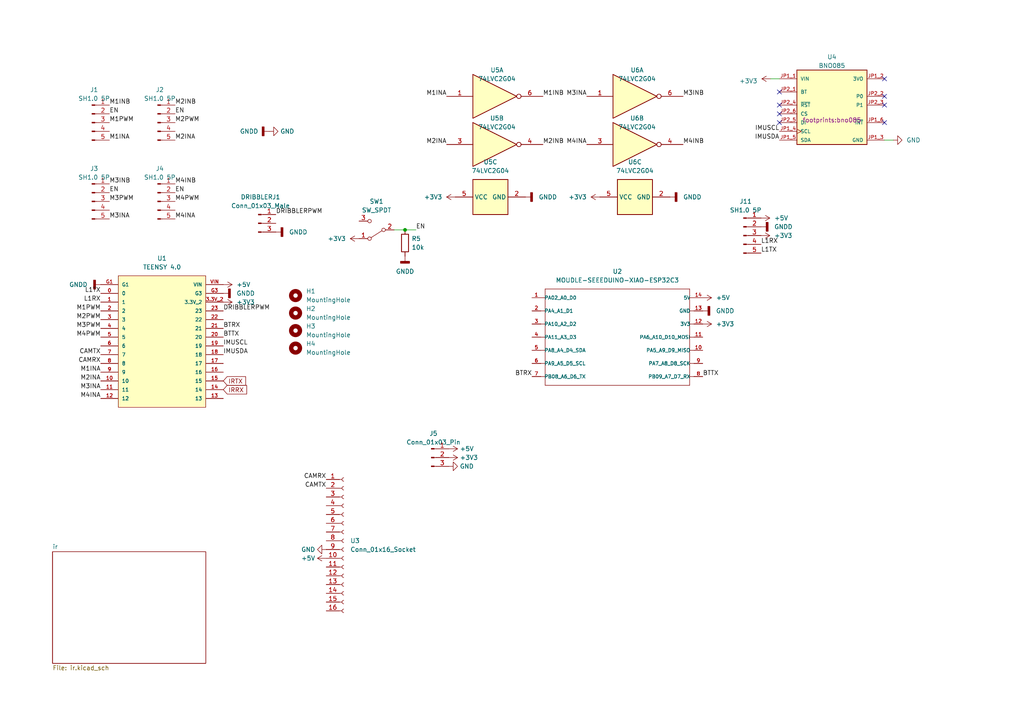
<source format=kicad_sch>
(kicad_sch (version 20230121) (generator eeschema)
  (paper "A4")
  (title_block (title "soccer lightweight layer 3 schematic drawing") (date "2024-01-03") (rev "0.1") (company "ducc. Robotics"))
  (lib_symbols
    (symbol "+3V3_1" (power) (pin_names (offset 0))
      (property "Value" "+3V3_1" (at 0 3.556 0))
      (symbol "+3V3_1_0_1"
        (polyline (pts (xy -0.762 1.27) (xy 0 2.54)))
        (polyline (pts (xy 0 0) (xy 0 2.54)))
        (polyline (pts (xy 0 2.54) (xy 0.762 1.27)))
      )
      (symbol "+3V3_1_1_1"
        (pin power_in line (at 0 0 90) (length 0) hide (name "+3V3") (number "1"))
      )
    )
    (symbol "+3V3_2" (power) (pin_names (offset 0))
      (property "Value" "+3V3_2" (at 0 3.556 0))
      (symbol "+3V3_2_0_1"
        (polyline (pts (xy -0.762 1.27) (xy 0 2.54)))
        (polyline (pts (xy 0 0) (xy 0 2.54)))
        (polyline (pts (xy 0 2.54) (xy 0.762 1.27)))
      )
      (symbol "+3V3_2_1_1"
        (pin power_in line (at 0 0 90) (length 0) hide (name "+3V3") (number "1"))
      )
    )
    (symbol "+3V3_3" (power) (pin_names (offset 0))
      (property "Value" "+3V3_3" (at 0 3.556 0))
      (symbol "+3V3_3_0_1"
        (polyline (pts (xy -0.762 1.27) (xy 0 2.54)))
        (polyline (pts (xy 0 0) (xy 0 2.54)))
        (polyline (pts (xy 0 2.54) (xy 0.762 1.27)))
      )
      (symbol "+3V3_3_1_1"
        (pin power_in line (at 0 0 90) (length 0) hide (name "+3V3") (number "1"))
      )
    )
    (symbol "+3V3_4" (power) (pin_names (offset 0))
      (property "Value" "+3V3_4" (at 0 3.556 0))
      (symbol "+3V3_4_0_1"
        (polyline (pts (xy -0.762 1.27) (xy 0 2.54)))
        (polyline (pts (xy 0 0) (xy 0 2.54)))
        (polyline (pts (xy 0 2.54) (xy 0.762 1.27)))
      )
      (symbol "+3V3_4_1_1"
        (pin power_in line (at 0 0 90) (length 0) hide (name "+3V3") (number "1"))
      )
    )
    (symbol "+5V_1" (power) (pin_names (offset 0))
      (property "Value" "+5V_1" (at 0 3.556 0))
      (symbol "+5V_1_0_1"
        (polyline (pts (xy -0.762 1.27) (xy 0 2.54)))
        (polyline (pts (xy 0 0) (xy 0 2.54)))
        (polyline (pts (xy 0 2.54) (xy 0.762 1.27)))
      )
      (symbol "+5V_1_1_1"
        (pin power_in line (at 0 0 90) (length 0) hide (name "+5V") (number "1"))
      )
    )
    (symbol "+5V_2" (power) (pin_names (offset 0))
      (property "Value" "+5V_2" (at 0 3.556 0))
      (symbol "+5V_2_0_1"
        (polyline (pts (xy -0.762 1.27) (xy 0 2.54)))
        (polyline (pts (xy 0 0) (xy 0 2.54)))
        (polyline (pts (xy 0 2.54) (xy 0.762 1.27)))
      )
      (symbol "+5V_2_1_1"
        (pin power_in line (at 0 0 90) (length 0) hide (name "+5V") (number "1"))
      )
    )
    (symbol "+5V_3" (power) (pin_names (offset 0))
      (property "Value" "+5V_3" (at 0 3.556 0))
      (symbol "+5V_3_0_1"
        (polyline (pts (xy -0.762 1.27) (xy 0 2.54)))
        (polyline (pts (xy 0 0) (xy 0 2.54)))
        (polyline (pts (xy 0 2.54) (xy 0.762 1.27)))
      )
      (symbol "+5V_3_1_1"
        (pin power_in line (at 0 0 90) (length 0) hide (name "+5V") (number "1"))
      )
    )
    (symbol "4754:4754" (pin_names (offset 1.016))
      (property "Reference" "U4" (at 0 15.24 0))
      (property "Value" "BNO085" (at 0 12.7 0))
      (symbol "4754_0_0"
        (rectangle (start -10.16 11.43) (end 10.16 -10.16) (stroke (width 0.254)) (fill (type background)))
        (pin input line (at -15.24 8.89 0) (length 5.08) (name "VIN") (number "JP1_1"))
        (pin output line (at 15.24 8.89 180) (length 5.08) (name "3VO") (number "JP1_2"))
        (pin power_in line (at 15.24 -8.89 180) (length 5.08) (name "GND") (number "JP1_3"))
        (pin bidirectional clock (at -15.24 -6.35 0) (length 5.08) (name "SCL") (number "JP1_4"))
        (pin bidirectional line (at -15.24 -8.89 0) (length 5.08) (name "SDA") (number "JP1_5"))
        (pin output line (at 15.24 -3.81 180) (length 5.08) (name "~{INT}") (number "JP1_6"))
        (pin input line (at -15.24 5.08 0) (length 5.08) (name "BT") (number "JP2_1"))
        (pin bidirectional line (at 15.24 3.81 180) (length 5.08) (name "P0") (number "JP2_2"))
        (pin bidirectional line (at 15.24 1.27 180) (length 5.08) (name "P1") (number "JP2_3"))
        (pin input line (at -15.24 1.27 0) (length 5.08) (name "~{RST}") (number "JP2_4"))
        (pin input line (at -15.24 -3.81 0) (length 5.08) (name "DI") (number "JP2_5"))
        (pin input line (at -15.24 -1.27 0) (length 5.08) (name "CS") (number "JP2_6"))
      )
    )
    (symbol "74xGxx:74LVC2G04"
      (property "Reference" "U" (at 0 7.62 0))
      (property "Value" "74LVC2G04" (at 2.54 -7.62 0))
      (symbol "74LVC2G04_1_1"
        (polyline (pts (xy -7.62 6.35) (xy -7.62 -6.35) (xy 5.08 0) (xy -7.62 6.35)) (stroke (width 0.254)) (fill (type background)))
        (pin input line (at -15.24 0 0) (length 7.62) (name "~") (number "1"))
        (pin output inverted (at 12.7 0 180) (length 7.62) (name "~") (number "6"))
      )
      (symbol "74LVC2G04_2_1"
        (polyline (pts (xy -7.62 6.35) (xy -7.62 -6.35) (xy 5.08 0) (xy -7.62 6.35)) (stroke (width 0.254)) (fill (type background)))
        (pin input line (at -15.24 0 0) (length 7.62) (name "~") (number "3"))
        (pin output inverted (at 12.7 0 180) (length 7.62) (name "~") (number "4"))
      )
      (symbol "74LVC2G04_3_0"
        (rectangle (start -5.08 -5.08) (end 5.08 5.08) (stroke (width 0.254)) (fill (type background)))
      )
      (symbol "74LVC2G04_3_1"
        (pin power_in line (at 0 -10.16 90) (length 5.08) (name "GND") (number "2"))
        (pin power_in line (at 0 10.16 270) (length 5.08) (name "VCC") (number "5"))
      )
    )
    (symbol "BN0085:GND" (power) (pin_names (offset 0))
      (property "Value" "GND" (at 0 -3.81 90))
      (symbol "GND_0_1"
        (polyline (pts (xy 0 0) (xy 0 -1.27) (xy 1.27 -1.27) (xy 0 -2.54) (xy -1.27 -1.27) (xy 0 -1.27)))
      )
      (symbol "GND_1_1"
        (pin power_in line (at 0 0 270) (length 0) hide (name "GND") (number "1"))
      )
    )
    (symbol "Connector:Conn_01x03_Male" (pin_names (offset 1.016) hide)
      (property "Reference" "J" (at 0 5.08 0))
      (property "Value" "Conn_01x03_Male" (at 0 -5.08 0))
      (symbol "Conn_01x03_Male_1_1"
        (polyline (pts (xy 1.27 -2.54) (xy 0.8636 -2.54)) (stroke (width 0.1524)))
        (polyline (pts (xy 1.27 0) (xy 0.8636 0)) (stroke (width 0.1524)))
        (polyline (pts (xy 1.27 2.54) (xy 0.8636 2.54)) (stroke (width 0.1524)))
        (rectangle (start 0.8636 -2.413) (end 0 -2.667) (stroke (width 0.1524)) (fill (type outline)))
        (rectangle (start 0.8636 0.127) (end 0 -0.127) (stroke (width 0.1524)) (fill (type outline)))
        (rectangle (start 0.8636 2.667) (end 0 2.413) (stroke (width 0.1524)) (fill (type outline)))
        (pin passive line (at 5.08 2.54 180) (length 3.81) (name "Pin_1") (number "1"))
        (pin passive line (at 5.08 0 180) (length 3.81) (name "Pin_2") (number "2"))
        (pin passive line (at 5.08 -2.54 180) (length 3.81) (name "Pin_3") (number "3"))
      )
    )
    (symbol "Connector:Conn_01x03_Pin" (pin_names (offset 1.016) hide)
      (property "Reference" "J" (at 0 5.08 0))
      (property "Value" "Conn_01x03_Pin" (at 0 -5.08 0))
      (symbol "Conn_01x03_Pin_1_1"
        (polyline (pts (xy 1.27 -2.54) (xy 0.8636 -2.54)) (stroke (width 0.1524)))
        (polyline (pts (xy 1.27 0) (xy 0.8636 0)) (stroke (width 0.1524)))
        (polyline (pts (xy 1.27 2.54) (xy 0.8636 2.54)) (stroke (width 0.1524)))
        (rectangle (start 0.8636 -2.413) (end 0 -2.667) (stroke (width 0.1524)) (fill (type outline)))
        (rectangle (start 0.8636 0.127) (end 0 -0.127) (stroke (width 0.1524)) (fill (type outline)))
        (rectangle (start 0.8636 2.667) (end 0 2.413) (stroke (width 0.1524)) (fill (type outline)))
        (pin passive line (at 5.08 2.54 180) (length 3.81) (name "Pin_1") (number "1"))
        (pin passive line (at 5.08 0 180) (length 3.81) (name "Pin_2") (number "2"))
        (pin passive line (at 5.08 -2.54 180) (length 3.81) (name "Pin_3") (number "3"))
      )
    )
    (symbol "Connector:Conn_01x05_Pin" (pin_names (offset 1.016) hide)
      (property "Reference" "J" (at 0 7.62 0))
      (property "Value" "Conn_01x05_Pin" (at 0 -7.62 0))
      (symbol "Conn_01x05_Pin_1_1"
        (polyline (pts (xy 1.27 -5.08) (xy 0.8636 -5.08)) (stroke (width 0.1524)))
        (polyline (pts (xy 1.27 -2.54) (xy 0.8636 -2.54)) (stroke (width 0.1524)))
        (polyline (pts (xy 1.27 0) (xy 0.8636 0)) (stroke (width 0.1524)))
        (polyline (pts (xy 1.27 2.54) (xy 0.8636 2.54)) (stroke (width 0.1524)))
        (polyline (pts (xy 1.27 5.08) (xy 0.8636 5.08)) (stroke (width 0.1524)))
        (rectangle (start 0.8636 -4.953) (end 0 -5.207) (stroke (width 0.1524)) (fill (type outline)))
        (rectangle (start 0.8636 -2.413) (end 0 -2.667) (stroke (width 0.1524)) (fill (type outline)))
        (rectangle (start 0.8636 0.127) (end 0 -0.127) (stroke (width 0.1524)) (fill (type outline)))
        (rectangle (start 0.8636 2.667) (end 0 2.413) (stroke (width 0.1524)) (fill (type outline)))
        (rectangle (start 0.8636 5.207) (end 0 4.953) (stroke (width 0.1524)) (fill (type outline)))
        (pin passive line (at 5.08 5.08 180) (length 3.81) (name "Pin_1") (number "1"))
        (pin passive line (at 5.08 2.54 180) (length 3.81) (name "Pin_2") (number "2"))
        (pin passive line (at 5.08 0 180) (length 3.81) (name "Pin_3") (number "3"))
        (pin passive line (at 5.08 -2.54 180) (length 3.81) (name "Pin_4") (number "4"))
        (pin passive line (at 5.08 -5.08 180) (length 3.81) (name "Pin_5") (number "5"))
      )
    )
    (symbol "Connector:Conn_01x16_Socket" (pin_names (offset 1.016) hide)
      (property "Reference" "J" (at 0 20.32 0))
      (property "Value" "Conn_01x16_Socket" (at 0 -22.86 0))
      (symbol "Conn_01x16_Socket_1_1"
        (arc (start 0 -19.812) (mid -0.5058 -20.32) (end 0 -20.828) (stroke (width 0.1524)))
        (arc (start 0 -17.272) (mid -0.5058 -17.78) (end 0 -18.288) (stroke (width 0.1524)))
        (arc (start 0 -14.732) (mid -0.5058 -15.24) (end 0 -15.748) (stroke (width 0.1524)))
        (arc (start 0 -12.192) (mid -0.5058 -12.7) (end 0 -13.208) (stroke (width 0.1524)))
        (arc (start 0 -9.652) (mid -0.5058 -10.16) (end 0 -10.668) (stroke (width 0.1524)))
        (arc (start 0 -7.112) (mid -0.5058 -7.62) (end 0 -8.128) (stroke (width 0.1524)))
        (arc (start 0 -4.572) (mid -0.5058 -5.08) (end 0 -5.588) (stroke (width 0.1524)))
        (arc (start 0 -2.032) (mid -0.5058 -2.54) (end 0 -3.048) (stroke (width 0.1524)))
        (polyline (pts (xy -1.27 -20.32) (xy -0.508 -20.32)) (stroke (width 0.1524)))
        (polyline (pts (xy -1.27 -17.78) (xy -0.508 -17.78)) (stroke (width 0.1524)))
        (polyline (pts (xy -1.27 -15.24) (xy -0.508 -15.24)) (stroke (width 0.1524)))
        (polyline (pts (xy -1.27 -12.7) (xy -0.508 -12.7)) (stroke (width 0.1524)))
        (polyline (pts (xy -1.27 -10.16) (xy -0.508 -10.16)) (stroke (width 0.1524)))
        (polyline (pts (xy -1.27 -7.62) (xy -0.508 -7.62)) (stroke (width 0.1524)))
        (polyline (pts (xy -1.27 -5.08) (xy -0.508 -5.08)) (stroke (width 0.1524)))
        (polyline (pts (xy -1.27 -2.54) (xy -0.508 -2.54)) (stroke (width 0.1524)))
        (polyline (pts (xy -1.27 0) (xy -0.508 0)) (stroke (width 0.1524)))
        (polyline (pts (xy -1.27 2.54) (xy -0.508 2.54)) (stroke (width 0.1524)))
        (polyline (pts (xy -1.27 5.08) (xy -0.508 5.08)) (stroke (width 0.1524)))
        (polyline (pts (xy -1.27 7.62) (xy -0.508 7.62)) (stroke (width 0.1524)))
        (polyline (pts (xy -1.27 10.16) (xy -0.508 10.16)) (stroke (width 0.1524)))
        (polyline (pts (xy -1.27 12.7) (xy -0.508 12.7)) (stroke (width 0.1524)))
        (polyline (pts (xy -1.27 15.24) (xy -0.508 15.24)) (stroke (width 0.1524)))
        (polyline (pts (xy -1.27 17.78) (xy -0.508 17.78)) (stroke (width 0.1524)))
        (arc (start 0 0.508) (mid -0.5058 0) (end 0 -0.508) (stroke (width 0.1524)))
        (arc (start 0 3.048) (mid -0.5058 2.54) (end 0 2.032) (stroke (width 0.1524)))
        (arc (start 0 5.588) (mid -0.5058 5.08) (end 0 4.572) (stroke (width 0.1524)))
        (arc (start 0 8.128) (mid -0.5058 7.62) (end 0 7.112) (stroke (width 0.1524)))
        (arc (start 0 10.668) (mid -0.5058 10.16) (end 0 9.652) (stroke (width 0.1524)))
        (arc (start 0 13.208) (mid -0.5058 12.7) (end 0 12.192) (stroke (width 0.1524)))
        (arc (start 0 15.748) (mid -0.5058 15.24) (end 0 14.732) (stroke (width 0.1524)))
        (arc (start 0 18.288) (mid -0.5058 17.78) (end 0 17.272) (stroke (width 0.1524)))
        (pin passive line (at -5.08 17.78 0) (length 3.81) (name "Pin_1") (number "1"))
        (pin passive line (at -5.08 -5.08 0) (length 3.81) (name "Pin_10") (number "10"))
        (pin passive line (at -5.08 -7.62 0) (length 3.81) (name "Pin_11") (number "11"))
        (pin passive line (at -5.08 -10.16 0) (length 3.81) (name "Pin_12") (number "12"))
        (pin passive line (at -5.08 -12.7 0) (length 3.81) (name "Pin_13") (number "13"))
        (pin passive line (at -5.08 -15.24 0) (length 3.81) (name "Pin_14") (number "14"))
        (pin passive line (at -5.08 -17.78 0) (length 3.81) (name "Pin_15") (number "15"))
        (pin passive line (at -5.08 -20.32 0) (length 3.81) (name "Pin_16") (number "16"))
        (pin passive line (at -5.08 15.24 0) (length 3.81) (name "Pin_2") (number "2"))
        (pin passive line (at -5.08 12.7 0) (length 3.81) (name "Pin_3") (number "3"))
        (pin passive line (at -5.08 10.16 0) (length 3.81) (name "Pin_4") (number "4"))
        (pin passive line (at -5.08 7.62 0) (length 3.81) (name "Pin_5") (number "5"))
        (pin passive line (at -5.08 5.08 0) (length 3.81) (name "Pin_6") (number "6"))
        (pin passive line (at -5.08 2.54 0) (length 3.81) (name "Pin_7") (number "7"))
        (pin passive line (at -5.08 0 0) (length 3.81) (name "Pin_8") (number "8"))
        (pin passive line (at -5.08 -2.54 0) (length 3.81) (name "Pin_9") (number "9"))
      )
    )
    (symbol "DEV-15583:DEV-15583" (pin_names (offset 1.016))
      (property "Reference" "U" (at -12.7 23.622 0))
      (property "Value" "DEV-15583" (at -12.7 -17.78 0))
      (symbol "DEV-15583_0_0"
        (rectangle (start -12.7 22.86) (end 12.7 -15.24) (stroke (width 0.1524)) (fill (type background)))
        (pin bidirectional line (at -17.78 17.78 0) (length 5.08) (name "0") (number "0"))
        (pin bidirectional line (at -17.78 15.24 0) (length 5.08) (name "1") (number "1"))
        (pin bidirectional line (at -17.78 -7.62 0) (length 5.08) (name "10") (number "10"))
        (pin bidirectional line (at -17.78 -10.16 0) (length 5.08) (name "11") (number "11"))
        (pin bidirectional line (at -17.78 -12.7 0) (length 5.08) (name "12") (number "12"))
        (pin bidirectional line (at 17.78 -12.7 180) (length 5.08) (name "13") (number "13"))
        (pin bidirectional line (at 17.78 -10.16 180) (length 5.08) (name "14") (number "14"))
        (pin bidirectional line (at 17.78 -7.62 180) (length 5.08) (name "15") (number "15"))
        (pin bidirectional line (at 17.78 -5.08 180) (length 5.08) (name "16") (number "16"))
        (pin bidirectional line (at 17.78 -2.54 180) (length 5.08) (name "17") (number "17"))
        (pin bidirectional line (at 17.78 0 180) (length 5.08) (name "18") (number "18"))
        (pin bidirectional line (at 17.78 2.54 180) (length 5.08) (name "19") (number "19"))
        (pin bidirectional line (at -17.78 12.7 0) (length 5.08) (name "2") (number "2"))
        (pin bidirectional line (at 17.78 5.08 180) (length 5.08) (name "20") (number "20"))
        (pin bidirectional line (at 17.78 7.62 180) (length 5.08) (name "21") (number "21"))
        (pin bidirectional line (at 17.78 10.16 180) (length 5.08) (name "22") (number "22"))
        (pin bidirectional line (at 17.78 12.7 180) (length 5.08) (name "23") (number "23"))
        (pin bidirectional line (at -17.78 10.16 0) (length 5.08) (name "3") (number "3"))
        (pin power_in line (at 17.78 15.24 180) (length 5.08) (name "3.3V_2") (number "3.3V_2"))
        (pin bidirectional line (at -17.78 7.62 0) (length 5.08) (name "4") (number "4"))
        (pin bidirectional line (at -17.78 5.08 0) (length 5.08) (name "5") (number "5"))
        (pin bidirectional line (at -17.78 2.54 0) (length 5.08) (name "6") (number "6"))
        (pin bidirectional line (at -17.78 0 0) (length 5.08) (name "7") (number "7"))
        (pin bidirectional line (at -17.78 -2.54 0) (length 5.08) (name "8") (number "8"))
        (pin bidirectional line (at -17.78 -5.08 0) (length 5.08) (name "9") (number "9"))
        (pin power_in line (at -17.78 20.32 0) (length 5.08) (name "G1") (number "G1"))
        (pin power_in line (at 17.78 17.78 180) (length 5.08) (name "G3") (number "G3"))
        (pin power_in line (at 17.78 20.32 180) (length 5.08) (name "VIN") (number "VIN"))
      )
    )
    (symbol "Device:R" (pin_numbers hide) (pin_names (offset 0))
      (property "Reference" "R" (at 2.032 0 90))
      (property "Value" "R" (at 0 0 90))
      (symbol "R_0_1"
        (rectangle (start -1.016 -2.54) (end 1.016 2.54) (stroke (width 0.254)))
      )
      (symbol "R_1_1"
        (pin passive line (at 0 3.81 270) (length 1.27) (name "~") (number "1"))
        (pin passive line (at 0 -3.81 90) (length 1.27) (name "~") (number "2"))
      )
    )
    (symbol "MOUDLE-SEEEDUINO-XIAO-ESP32C3:MOUDLE-SEEEDUINO-XIAO-ESP32C3" (pin_names (offset 1.016))
      (property "Reference" "U" (at -21.59 15.24 0))
      (property "Value" "MOUDLE-SEEEDUINO-XIAO-ESP32C3" (at -21.59 13.97 0))
      (symbol "MOUDLE-SEEEDUINO-XIAO-ESP32C3_0_0"
        (polyline (pts (xy -21.59 -13.97) (xy -21.59 0)) (stroke (width 0.1524)))
        (polyline (pts (xy -21.59 -11.43) (xy -22.86 -11.43)) (stroke (width 0.1524)))
        (polyline (pts (xy -21.59 -7.62) (xy -22.86 -7.62)) (stroke (width 0.1524)))
        (polyline (pts (xy -21.59 -3.81) (xy -22.86 -3.81)) (stroke (width 0.1524)))
        (polyline (pts (xy -21.59 0) (xy -22.86 0)) (stroke (width 0.1524)))
        (polyline (pts (xy -21.59 0) (xy -21.59 3.81)) (stroke (width 0.1524)))
        (polyline (pts (xy -21.59 3.81) (xy -22.86 3.81)) (stroke (width 0.1524)))
        (polyline (pts (xy -21.59 3.81) (xy -21.59 7.62)) (stroke (width 0.1524)))
        (polyline (pts (xy -21.59 7.62) (xy -22.86 7.62)) (stroke (width 0.1524)))
        (polyline (pts (xy -21.59 7.62) (xy -21.59 11.43)) (stroke (width 0.1524)))
        (polyline (pts (xy -21.59 11.43) (xy -22.86 11.43)) (stroke (width 0.1524)))
        (polyline (pts (xy -21.59 11.43) (xy -21.59 13.97)) (stroke (width 0.1524)))
        (polyline (pts (xy -21.59 13.97) (xy 20.32 13.97)) (stroke (width 0.1524)))
        (polyline (pts (xy 20.32 -13.97) (xy -21.59 -13.97)) (stroke (width 0.1524)))
        (polyline (pts (xy 20.32 3.81) (xy 20.32 -13.97)) (stroke (width 0.1524)))
        (polyline (pts (xy 20.32 7.62) (xy 20.32 3.81)) (stroke (width 0.1524)))
        (polyline (pts (xy 20.32 11.43) (xy 20.32 7.62)) (stroke (width 0.1524)))
        (polyline (pts (xy 20.32 13.97) (xy 20.32 11.43)) (stroke (width 0.1524)))
        (polyline (pts (xy 21.59 -11.43) (xy 20.32 -11.43)) (stroke (width 0.1524)))
        (polyline (pts (xy 21.59 -7.62) (xy 20.32 -7.62)) (stroke (width 0.1524)))
        (polyline (pts (xy 21.59 -3.81) (xy 20.32 -3.81)) (stroke (width 0.1524)))
        (polyline (pts (xy 21.59 0) (xy 20.32 0)) (stroke (width 0.1524)))
        (polyline (pts (xy 21.59 3.81) (xy 20.32 3.81)) (stroke (width 0.1524)))
        (polyline (pts (xy 21.59 7.62) (xy 20.32 7.62)) (stroke (width 0.1524)))
        (polyline (pts (xy 21.59 11.43) (xy 20.32 11.43)) (stroke (width 0.1524)))
        (pin bidirectional line (at -25.4 11.43 0) (length 2.54) (name "PA02_A0_D0") (number "1"))
        (pin bidirectional line (at 24.13 -3.81 180) (length 2.54) (name "PA5_A9_D9_MISO") (number "10"))
        (pin bidirectional line (at 24.13 0 180) (length 2.54) (name "PA6_A10_D10_MOSI") (number "11"))
        (pin bidirectional line (at 24.13 3.81 180) (length 2.54) (name "3V3") (number "12"))
        (pin bidirectional line (at 24.13 7.62 180) (length 2.54) (name "GND") (number "13"))
        (pin bidirectional line (at 24.13 11.43 180) (length 2.54) (name "5V") (number "14"))
        (pin bidirectional line (at -25.4 7.62 0) (length 2.54) (name "PA4_A1_D1") (number "2"))
        (pin bidirectional line (at -25.4 3.81 0) (length 2.54) (name "PA10_A2_D2") (number "3"))
        (pin bidirectional line (at -25.4 0 0) (length 2.54) (name "PA11_A3_D3") (number "4"))
        (pin bidirectional line (at -25.4 -3.81 0) (length 2.54) (name "PA8_A4_D4_SDA") (number "5"))
        (pin bidirectional line (at -25.4 -7.62 0) (length 2.54) (name "PA9_A5_D5_SCL") (number "6"))
        (pin bidirectional line (at -25.4 -11.43 0) (length 2.54) (name "PB08_A6_D6_TX") (number "7"))
        (pin bidirectional line (at 24.13 -11.43 180) (length 2.54) (name "PB09_A7_D7_RX") (number "8"))
        (pin bidirectional line (at 24.13 -7.62 180) (length 2.54) (name "PA7_A8_D8_SCK") (number "9"))
      )
    )
    (symbol "Mechanical:MountingHole" (pin_names (offset 1.016))
      (property "Reference" "H" (at 0 5.08 0))
      (property "Value" "MountingHole" (at 0 3.175 0))
      (symbol "MountingHole_0_1"
        (circle (center 0 0) (radius 1.27) (stroke (width 1.27)))
      )
    )
    (symbol "Switch:SW_SPDT" (pin_names (offset 0) hide)
      (property "Reference" "SW" (at 0 4.318 0))
      (property "Value" "SW_SPDT" (at 0 -5.08 0))
      (symbol "SW_SPDT_0_0"
        (circle (center -2.032 0) (radius 0.508))
        (circle (center 2.032 -2.54) (radius 0.508))
      )
      (symbol "SW_SPDT_0_1"
        (polyline (pts (xy -1.524 0.254) (xy 1.651 2.286)))
        (circle (center 2.032 2.54) (radius 0.508))
      )
      (symbol "SW_SPDT_1_1"
        (pin passive line (at 5.08 2.54 180) (length 2.54) (name "A") (number "1"))
        (pin passive line (at -5.08 0 0) (length 2.54) (name "B") (number "2"))
        (pin passive line (at 5.08 -2.54 180) (length 2.54) (name "C") (number "3"))
      )
    )
    (symbol "power:+3V3" (power) (pin_names (offset 0))
      (property "Value" "+3V3" (at 0 3.556 0))
      (symbol "+3V3_0_1"
        (polyline (pts (xy -0.762 1.27) (xy 0 2.54)))
        (polyline (pts (xy 0 0) (xy 0 2.54)))
        (polyline (pts (xy 0 2.54) (xy 0.762 1.27)))
      )
      (symbol "+3V3_1_1"
        (pin power_in line (at 0 0 90) (length 0) hide (name "+3V3") (number "1"))
      )
    )
    (symbol "power:+5V" (power) (pin_names (offset 0))
      (property "Value" "+5V" (at 0 3.556 0))
      (symbol "+5V_0_1"
        (polyline (pts (xy -0.762 1.27) (xy 0 2.54)))
        (polyline (pts (xy 0 0) (xy 0 2.54)))
        (polyline (pts (xy 0 2.54) (xy 0.762 1.27)))
      )
      (symbol "+5V_1_1"
        (pin power_in line (at 0 0 90) (length 0) hide (name "+5V") (number "1"))
      )
    )
    (symbol "power:GND" (power) (pin_names (offset 0))
      (property "Value" "GND" (at 0 -3.81 0))
      (symbol "GND_0_1"
        (polyline (pts (xy 0 0) (xy 0 -1.27) (xy 1.27 -1.27) (xy 0 -2.54) (xy -1.27 -1.27) (xy 0 -1.27)))
      )
      (symbol "GND_1_1"
        (pin power_in line (at 0 0 270) (length 0) hide (name "GND") (number "1"))
      )
    )
    (symbol "power:GNDD" (power) (pin_names (offset 0))
      (property "Value" "GNDD" (at 0 -3.175 0))
      (symbol "GNDD_0_1"
        (rectangle (start -1.27 -1.524) (end 1.27 -2.032) (stroke (width 0.254)) (fill (type outline)))
        (polyline (pts (xy 0 0) (xy 0 -1.524)))
      )
      (symbol "GNDD_1_1"
        (pin power_in line (at 0 0 270) (length 0) hide (name "GNDD") (number "1"))
      )
    )
  )
  (junction (at 117.475 66.675))
  (no_connect (at 256.54 27.94))
  (no_connect (at 226.06 33.02))
  (no_connect (at 256.54 35.56))
  (no_connect (at 256.54 30.48))
  (no_connect (at 226.06 26.67))
  (no_connect (at 226.06 30.48))
  (no_connect (at 226.06 35.56))
  (no_connect (at 256.54 22.86))
  (wire (pts (xy 117.475 66.675) (xy 120.65 66.675)))
  (wire (pts (xy 114.3 66.675) (xy 117.475 66.675)))
  (wire (pts (xy 256.54 40.64) (xy 259.08 40.64)))
  (wire (pts (xy 226.06 22.86) (xy 223.52 22.86)))
  (label "M3INA" (at 29.21 113.03 180))
  (label "M2INA" (at 129.54 41.91 180))
  (label "M4INA" (at 29.21 115.57 180))
  (label "L1TX" (at 29.21 85.09 180))
  (label "M4INB" (at 198.12 41.91 0))
  (label "M4PWM" (at 29.21 97.79 180))
  (label "M2PWM" (at 29.21 92.71 180))
  (label "M2INB" (at 50.8 30.48 0))
  (label "CAMRX" (at 94.615 139.065 180))
  (label "M1INB" (at 157.48 27.94 0))
  (label "IMUSCL" (at 226.06 38.1 180))
  (label "M3INA" (at 170.18 27.94 180))
  (label "M3INB" (at 31.75 53.34 0))
  (label "CAMTX" (at 29.21 102.87 180))
  (label "EN" (at 31.75 33.02 0))
  (label "EN" (at 31.75 55.88 0))
  (label "BTTX" (at 203.835 109.22 0))
  (label "M1PWM" (at 29.21 90.17 180))
  (label "M4PWM" (at 50.8 58.42 0))
  (label "L1RX" (at 29.21 87.63 180))
  (label "M2INB" (at 157.48 41.91 0))
  (label "M2PWM" (at 50.8 35.56 0))
  (label "M1INA" (at 29.21 107.95 180))
  (label "BTTX" (at 64.77 97.79 0))
  (label "M3INB" (at 198.12 27.94 0))
  (label "M4INB" (at 50.8 53.34 0))
  (label "IMUSCL" (at 64.77 100.33 0))
  (label "CAMTX" (at 94.615 141.605 180))
  (label "M4INA" (at 50.8 63.5 0))
  (label "IMUSDA" (at 226.06 40.64 180))
  (label "DRIBBLERPWM" (at 64.77 90.17 0))
  (label "M3PWM" (at 29.21 95.25 180))
  (label "M3INA" (at 31.75 63.5 0))
  (label "CAMRX" (at 29.21 105.41 180))
  (label "M2INA" (at 50.8 40.64 0))
  (label "EN" (at 50.8 55.88 0))
  (label "M4INA" (at 170.18 41.91 180))
  (label "EN" (at 50.8 33.02 0))
  (label "EN" (at 120.65 66.675 0))
  (label "M1PWM" (at 31.75 35.56 0))
  (label "M1INB" (at 31.75 30.48 0))
  (label "M1INA" (at 31.75 40.64 0))
  (label "L1TX" (at 220.726 73.406 0))
  (label "M3PWM" (at 31.75 58.42 0))
  (label "DRIBBLERPWM" (at 80.01 62.23 0))
  (label "L1RX" (at 220.726 70.866 0))
  (label "BTRX" (at 64.77 95.25 0))
  (label "BTRX" (at 154.305 109.22 180))
  (label "M2INA" (at 29.21 110.49 180))
  (label "IMUSDA" (at 64.77 102.87 0))
  (label "M1INA" (at 129.54 27.94 180))
  (global_label "IRTX" (shape input) (at 64.77 110.49 0) (property "Intersheetrefs" "${INTERSHEET_REFS}" (effects hide)))
  (global_label "IRRX" (shape input) (at 64.77 113.03 0) (property "Intersheetrefs" "${INTERSHEET_REFS}" (effects hide)))
  (symbol (lib_id "Mechanical:MountingHole") (at 85.725 85.725 0) (unit 1)
    (property "Reference" "H1" (at 88.773 84.4549 0) (effects (justify left)))
    (property "Value" "MountingHole" (at 88.773 86.9949 0) (effects (justify left)))
    (property "Footprint" "MountingHole:MountingHole_3.2mm_M3_Pad" (effects hide))
  )
  (symbol (lib_id "74xGxx:74LVC2G04") (at 144.78 41.91 0) (unit 2)
    (property "Reference" "U5" (at 144.145 34.29 0))
    (property "Value" "74LVC2G04" (at 144.145 36.83 0))
    (property "Footprint" "Package_TO_SOT_SMD:SOT-23-6" (effects hide))
    (property "Datasheet" "http://www.ti.com/lit/sg/scyt129e/scyt129e.pdf" (effects hide))
  )
  (symbol (lib_id "power:GNDD") (at 152.4 57.15 90) (unit 1)
    (property "Reference" "#PWR025" (effects hide))
    (property "Value" "GNDD" (at 156.21 57.15 90) (effects (justify right)))
  )
  (symbol (lib_id "power:GNDD") (at 220.726 65.786 90) (unit 1)
    (property "Reference" "#PWR023" (effects hide))
    (property "Value" "GNDD" (at 224.536 65.786 90) (effects (justify right)))
  )
  (symbol (lib_id "power:+5V") (at 64.77 82.55 270) (unit 1)
    (property "Reference" "#PWR014" (effects hide))
    (property "Value" "+5V" (at 68.58 82.5499 90) (effects (justify left)))
  )
  (symbol (lib_id "power:GND") (at 259.08 40.64 90) (unit 1)
    (property "Reference" "#PWR087" (effects hide))
    (property "Value" "GND" (at 262.89 40.64 90) (effects (justify right)))
  )
  (symbol (lib_name "+3V3_4") (lib_id "power:+3V3") (at 130.175 132.715 270) (unit 1)
    (property "Reference" "#PWR049" (effects hide))
    (property "Value" "+3V3" (at 133.35 132.715 90) (effects (justify left)))
  )
  (symbol (lib_id "BN0085:GND") (at 130.175 135.255 90) (unit 1)
    (property "Reference" "#PWR052" (effects hide))
    (property "Value" "GND" (at 133.35 135.255 90) (effects (justify right)))
  )
  (symbol (lib_id "74xGxx:74LVC2G04") (at 142.24 57.15 90) (unit 3)
    (property "Reference" "U5" (at 142.24 46.99 90))
    (property "Value" "74LVC2G04" (at 142.24 49.53 90))
    (property "Footprint" "Package_TO_SOT_SMD:SOT-23-6" (effects hide))
    (property "Datasheet" "http://www.ti.com/lit/sg/scyt129e/scyt129e.pdf" (effects hide))
  )
  (symbol (lib_id "power:GNDD") (at 194.31 57.15 90) (unit 1)
    (property "Reference" "#PWR026" (effects hide))
    (property "Value" "GNDD" (at 198.12 57.15 90) (effects (justify right)))
  )
  (symbol (lib_id "Connector:Conn_01x05_Pin") (at 26.67 35.56 0) (unit 1)
    (property "Reference" "J1" (at 27.305 26.035 0))
    (property "Value" "SH1.0 5P" (at 27.305 28.575 0))
    (property "Footprint" "Connector_JST:JST_SH_SM05B-SRSS-TB_1x05-1MP_P1.00mm_Horizontal" (effects hide))
  )
  (symbol (lib_name "+5V_3") (lib_id "power:+5V") (at 130.175 130.175 270) (unit 1)
    (property "Reference" "#PWR042" (effects hide))
    (property "Value" "+5V" (at 133.35 130.175 90) (effects (justify left)))
  )
  (symbol (lib_id "power:GNDD") (at 78.105 38.1 270) (unit 1)
    (property "Reference" "#PWR012" (effects hide))
    (property "Value" "GNDD" (at 74.93 38.1 90) (effects (justify right)))
  )
  (symbol (lib_id "Connector:Conn_01x03_Pin") (at 125.095 132.715 0) (unit 1)
    (property "Reference" "J5" (at 125.73 125.73 0))
    (property "Value" "Conn_01x03_Pin" (at 125.73 128.27 0))
    (property "Footprint" "Connector_JST:JST_XH_B3B-XH-A_1x03_P2.50mm_Vertical" (effects hide))
  )
  (symbol (lib_id "power:GNDD") (at 203.835 90.17 90) (unit 1)
    (property "Reference" "#PWR030" (effects hide))
    (property "Value" "GNDD" (at 207.645 90.17 90) (effects (justify right)))
  )
  (symbol (lib_name "+3V3_1") (lib_id "power:+3V3") (at 132.08 57.15 90) (unit 1)
    (property "Reference" "#PWR028" (effects hide))
    (property "Value" "+3V3" (at 128.27 57.15 90) (effects (justify left)))
  )
  (symbol (lib_id "74xGxx:74LVC2G04") (at 185.42 27.94 0) (unit 1)
    (property "Reference" "U6" (at 184.785 20.32 0))
    (property "Value" "74LVC2G04" (at 184.785 22.86 0))
    (property "Footprint" "Package_TO_SOT_SMD:SOT-23-6" (effects hide))
    (property "Datasheet" "http://www.ti.com/lit/sg/scyt129e/scyt129e.pdf" (effects hide))
  )
  (symbol (lib_id "Connector:Conn_01x16_Socket") (at 99.695 156.845 0) (unit 1)
    (property "Reference" "U3" (at 101.6 156.845 0) (effects (justify left)))
    (property "Value" "Conn_01x16_Socket" (at 101.6 159.385 0) (effects (justify left)))
  )
  (symbol (lib_id "Mechanical:MountingHole") (at 85.725 90.805 0) (unit 1)
    (property "Reference" "H2" (at 88.773 89.5349 0) (effects (justify left)))
    (property "Value" "MountingHole" (at 88.773 92.0749 0) (effects (justify left)))
    (property "Footprint" "MountingHole:MountingHole_3.2mm_M3_Pad" (effects hide))
  )
  (symbol (lib_id "power:+5V") (at 203.835 86.36 270) (unit 1)
    (property "Reference" "#PWR032" (effects hide))
    (property "Value" "+5V" (at 207.645 86.3599 90) (effects (justify left)))
  )
  (symbol (lib_id "power:GNDD") (at 117.475 74.295 0) (unit 1)
    (property "Reference" "#PWR05" (effects hide))
    (property "Value" "GNDD" (at 117.475 78.74 0))
  )
  (symbol (lib_id "MOUDLE-SEEEDUINO-XIAO-ESP32C3:MOUDLE-SEEEDUINO-XIAO-ESP32C3") (at 179.705 97.79 0) (unit 1)
    (property "Reference" "U2" (at 179.07 78.74 0))
    (property "Value" "MOUDLE-SEEEDUINO-XIAO-ESP32C3" (at 179.07 81.28 0))
    (property "Footprint" "libraries:xiao-esp32c3" (effects hide))
  )
  (symbol (lib_id "Connector:Conn_01x05_Pin") (at 26.67 58.42 0) (unit 1)
    (property "Reference" "J3" (at 27.305 48.895 0))
    (property "Value" "SH1.0 5P" (at 27.305 51.435 0))
    (property "Footprint" "Connector_JST:JST_SH_SM05B-SRSS-TB_1x05-1MP_P1.00mm_Horizontal" (effects hide))
  )
  (symbol (lib_id "power:GNDD") (at 64.77 85.09 90) (unit 1)
    (property "Reference" "#PWR015" (effects hide))
    (property "Value" "GNDD" (at 68.58 85.09 90) (effects (justify right)))
  )
  (symbol (lib_id "BN0085:GND") (at 94.615 159.385 270) (unit 1)
    (property "Reference" "#PWR02" (effects hide))
    (property "Value" "GND" (at 91.44 159.385 90) (effects (justify right)))
  )
  (symbol (lib_id "DEV-15583:DEV-15583") (at 46.99 102.87 0) (unit 1)
    (property "Reference" "U1" (at 46.99 74.93 0))
    (property "Value" "TEENSY 4.0" (at 46.99 77.47 0))
    (property "Footprint" "libraries:Teensy 4.0" (effects hide))
    (property "MAXIMUM_PACKAGE_HEIGHT" "5.87mm" (effects hide))
    (property "STANDARD" "Manufacturer Recommendations" (effects hide))
    (property "MANUFACTURER" "Sparkfun" (effects hide))
  )
  (symbol (lib_name "+3V3_1") (lib_id "power:+3V3") (at 173.99 57.15 90) (unit 1)
    (property "Reference" "#PWR027" (effects hide))
    (property "Value" "+3V3" (at 170.18 57.15 90) (effects (justify left)))
  )
  (symbol (lib_id "power:GNDD") (at 29.21 82.55 270) (unit 1)
    (property "Reference" "#PWR011" (effects hide))
    (property "Value" "GNDD" (at 25.4 82.55 90) (effects (justify right)))
  )
  (symbol (lib_name "+5V_2") (lib_id "power:+5V") (at 220.726 63.246 270) (unit 1)
    (property "Reference" "#PWR022" (effects hide))
    (property "Value" "+5V" (at 224.536 63.246 90) (effects (justify left)))
  )
  (symbol (lib_id "Connector:Conn_01x05_Pin") (at 45.72 58.42 0) (unit 1)
    (property "Reference" "J4" (at 46.355 48.895 0))
    (property "Value" "SH1.0 5P" (at 46.355 51.435 0))
    (property "Footprint" "Connector_JST:JST_SH_SM05B-SRSS-TB_1x05-1MP_P1.00mm_Horizontal" (effects hide))
  )
  (symbol (lib_id "power:+3V3") (at 203.835 93.98 270) (unit 1)
    (property "Reference" "#PWR034" (effects hide))
    (property "Value" "+3V3" (at 207.645 93.9801 90) (effects (justify left)))
  )
  (symbol (lib_id "power:+3V3") (at 64.77 87.63 270) (unit 1)
    (property "Reference" "#PWR016" (effects hide))
    (property "Value" "+3V3" (at 68.58 87.6301 90) (effects (justify left)))
  )
  (symbol (lib_id "Mechanical:MountingHole") (at 85.725 100.965 0) (unit 1)
    (property "Reference" "H4" (at 88.773 99.6949 0) (effects (justify left)))
    (property "Value" "MountingHole" (at 88.773 102.2349 0) (effects (justify left)))
    (property "Footprint" "MountingHole:MountingHole_3.2mm_M3_Pad" (effects hide))
  )
  (symbol (lib_id "BN0085:GND") (at 78.105 38.1 90) (unit 1)
    (property "Reference" "#PWR013" (effects hide))
    (property "Value" "GND" (at 81.28 38.1 90) (effects (justify right)))
  )
  (symbol (lib_id "Device:R") (at 117.475 70.485 180) (unit 1)
    (property "Reference" "R5" (at 119.38 69.215 0) (effects (justify right)))
    (property "Value" "10k" (at 119.38 71.755 0) (effects (justify right)))
    (property "Footprint" "Resistor_SMD:R_0603_1608Metric" (effects hide))
  )
  (symbol (lib_id "power:+3V3") (at 223.52 22.86 90) (unit 1)
    (property "Reference" "#PWR086" (effects hide))
    (property "Value" "+3V3" (at 219.71 23.495 90) (effects (justify left)))
  )
  (symbol (lib_id "Mechanical:MountingHole") (at 85.725 95.885 0) (unit 1)
    (property "Reference" "H3" (at 88.773 94.6149 0) (effects (justify left)))
    (property "Value" "MountingHole" (at 88.773 97.1549 0) (effects (justify left)))
    (property "Footprint" "MountingHole:MountingHole_3.2mm_M3_Pad" (effects hide))
  )
  (symbol (lib_id "74xGxx:74LVC2G04") (at 144.78 27.94 0) (unit 1)
    (property "Reference" "U5" (at 144.145 20.32 0))
    (property "Value" "74LVC2G04" (at 144.145 22.86 0))
    (property "Footprint" "Package_TO_SOT_SMD:SOT-23-6" (effects hide))
    (property "Datasheet" "http://www.ti.com/lit/sg/scyt129e/scyt129e.pdf" (effects hide))
  )
  (symbol (lib_id "74xGxx:74LVC2G04") (at 185.42 41.91 0) (unit 2)
    (property "Reference" "U6" (at 184.785 34.29 0))
    (property "Value" "74LVC2G04" (at 184.785 36.83 0))
    (property "Footprint" "Package_TO_SOT_SMD:SOT-23-6" (effects hide))
    (property "Datasheet" "http://www.ti.com/lit/sg/scyt129e/scyt129e.pdf" (effects hide))
  )
  (symbol (lib_id "Connector:Conn_01x05_Pin") (at 215.646 68.326 0) (unit 1)
    (property "Reference" "J11" (at 216.281 58.42 0))
    (property "Value" "SH1.0 5P" (at 216.281 60.96 0))
    (property "Footprint" "Connector_JST:JST_SH_SM05B-SRSS-TB_1x05-1MP_P1.00mm_Horizontal" (effects hide))
  )
  (symbol (lib_id "4754:4754") (at 241.3 31.75 0) (unit 1)
    (property "Reference" "U4" (at 241.3 16.51 0))
    (property "Value" "BNO085" (at 241.3 19.05 0))
    (property "Footprint" "footprints:bno085" (at 241.3 35.56 0) (effects (justify bottom)))
    (property "MANUFACTURER" "Adafruit" (effects hide))
    (property "PARTREV" "2021-03-16" (effects hide))
    (property "STANDARD" "Manufacturer Recommendations" (effects hide))
    (property "SNAPEDA_PN" "4754" (effects hide))
    (property "MAXIMUM_PACKAGE_HEIGHT" "4.6mm" (effects hide))
  )
  (symbol (lib_id "Connector:Conn_01x05_Pin") (at 45.72 35.56 0) (unit 1)
    (property "Reference" "J2" (at 46.355 26.035 0))
    (property "Value" "SH1.0 5P" (at 46.355 28.575 0))
    (property "Footprint" "Connector_JST:JST_SH_SM05B-SRSS-TB_1x05-1MP_P1.00mm_Horizontal" (effects hide))
  )
  (symbol (lib_id "Switch:SW_SPDT") (at 109.22 66.675 180) (unit 1)
    (property "Reference" "SW1" (at 109.22 58.42 0))
    (property "Value" "SW_SPDT" (at 109.22 60.96 0))
    (property "Footprint" "Switches:SWITCH_SPDT_PTH_12.7X6.7MM" (effects hide))
  )
  (symbol (lib_id "Connector:Conn_01x03_Male") (at 74.93 64.77 0) (unit 1)
    (property "Reference" "DRIBBLERJ1" (at 75.565 57.15 0))
    (property "Value" "Conn_01x03_Male" (at 75.565 59.69 0))
    (property "Footprint" "Connector_PinHeader_2.54mm:PinHeader_1x03_P2.54mm_Vertical" (effects hide))
  )
  (symbol (lib_name "+3V3_2") (lib_id "power:+3V3") (at 104.14 69.215 90) (unit 1)
    (property "Reference" "#PWR09" (effects hide))
    (property "Value" "+3V3" (at 100.33 69.215 90) (effects (justify left)))
  )
  (symbol (lib_id "power:GNDD") (at 80.01 67.31 90) (unit 1)
    (property "Reference" "#PWR06" (effects hide))
    (property "Value" "GNDD" (at 83.82 67.31 90) (effects (justify right)))
  )
  (symbol (lib_id "74xGxx:74LVC2G04") (at 184.15 57.15 90) (unit 3)
    (property "Reference" "U6" (at 184.15 46.99 90))
    (property "Value" "74LVC2G04" (at 184.15 49.53 90))
    (property "Footprint" "Package_TO_SOT_SMD:SOT-23-6" (effects hide))
    (property "Datasheet" "http://www.ti.com/lit/sg/scyt129e/scyt129e.pdf" (effects hide))
  )
  (symbol (lib_name "+3V3_3") (lib_id "power:+3V3") (at 220.726 68.326 270) (unit 1)
    (property "Reference" "#PWR024" (effects hide))
    (property "Value" "+3V3" (at 224.536 68.326 90) (effects (justify left)))
  )
  (symbol (lib_name "+5V_1") (lib_id "power:+5V") (at 94.615 161.925 90) (unit 1)
    (property "Reference" "#PWR01" (effects hide))
    (property "Value" "+5V" (at 91.44 161.925 90) (effects (justify left)))
  )
  (sheet (at 15.24 160.02) (size 44.45 32.385) (stroke (width 0.1524))
    (property "Sheetname" "ir" (at 15.24 159.3084 0) (effects (justify left bottom)))
    (property "Sheetfile" "ir.kicad_sch" (at 15.24 192.9896 0) (effects (justify left top)))
  )
)
</source>
